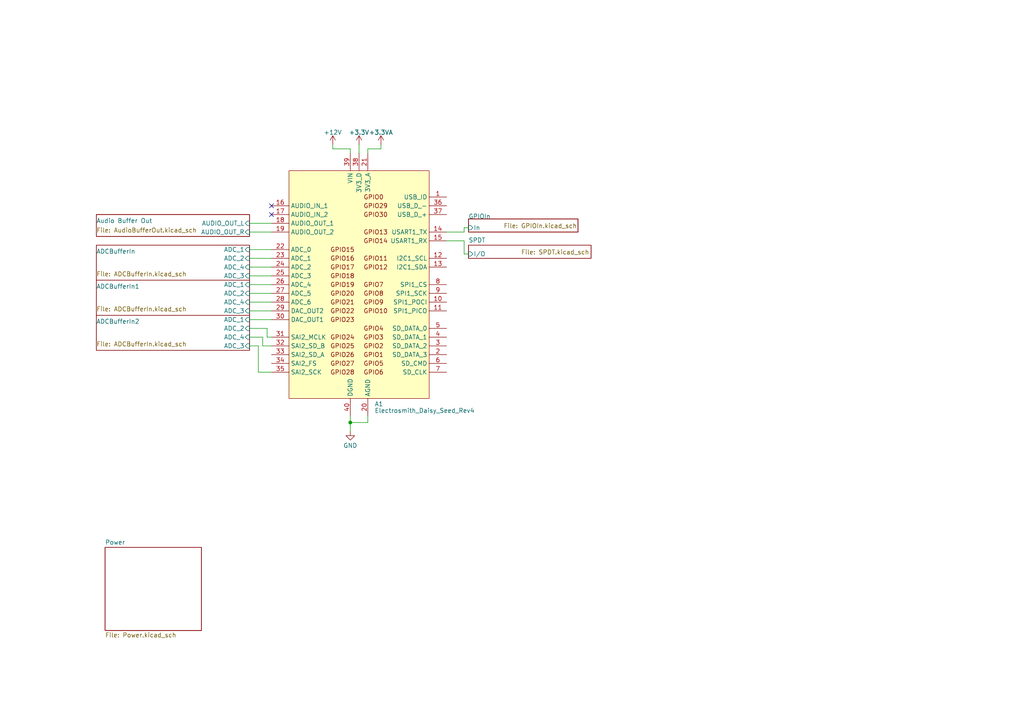
<source format=kicad_sch>
(kicad_sch (version 20230121) (generator eeschema)
  (paper "A4")
  (lib_symbols
    (symbol "MCU_Module:Electrosmith_Daisy_Seed_Rev4"
      (property "Reference" "A" (at -20.32 34.29 0))
      (property "Value" "Electrosmith_Daisy_Seed_Rev4" (at 33.02 34.29 0))
      (symbol "Electrosmith_Daisy_Seed_Rev4_0_0"
        (text "GPIO0" (at 1.27 25.4 0) (effects (font (size 1.27 1.27)) (justify left)))
        (text "GPIO1" (at 1.27 -20.32 0) (effects (font (size 1.27 1.27)) (justify left)))
        (text "GPIO10" (at 1.27 -7.62 0) (effects (font (size 1.27 1.27)) (justify left)))
        (text "GPIO11" (at 1.27 7.62 0) (effects (font (size 1.27 1.27)) (justify left)))
        (text "GPIO12" (at 1.27 5.08 0) (effects (font (size 1.27 1.27)) (justify left)))
        (text "GPIO13" (at 1.27 15.24 0) (effects (font (size 1.27 1.27)) (justify left)))
        (text "GPIO14" (at 1.27 12.7 0) (effects (font (size 1.27 1.27)) (justify left)))
        (text "GPIO15" (at -1.27 10.16 0) (effects (font (size 1.27 1.27)) (justify right)))
        (text "GPIO16" (at -1.27 7.62 0) (effects (font (size 1.27 1.27)) (justify right)))
        (text "GPIO17" (at -1.27 5.08 0) (effects (font (size 1.27 1.27)) (justify right)))
        (text "GPIO18" (at -1.27 2.54 0) (effects (font (size 1.27 1.27)) (justify right)))
        (text "GPIO19" (at -1.27 0 0) (effects (font (size 1.27 1.27)) (justify right)))
        (text "GPIO2" (at 1.27 -17.78 0) (effects (font (size 1.27 1.27)) (justify left)))
        (text "GPIO20" (at -1.27 -2.54 0) (effects (font (size 1.27 1.27)) (justify right)))
        (text "GPIO21" (at -1.27 -5.08 0) (effects (font (size 1.27 1.27)) (justify right)))
        (text "GPIO22" (at -1.27 -7.62 0) (effects (font (size 1.27 1.27)) (justify right)))
        (text "GPIO23" (at -1.27 -10.16 0) (effects (font (size 1.27 1.27)) (justify right)))
        (text "GPIO24" (at -1.27 -15.24 0) (effects (font (size 1.27 1.27)) (justify right)))
        (text "GPIO25" (at -1.27 -17.78 0) (effects (font (size 1.27 1.27)) (justify right)))
        (text "GPIO26" (at -1.27 -20.32 0) (effects (font (size 1.27 1.27)) (justify right)))
        (text "GPIO27" (at -1.27 -22.86 0) (effects (font (size 1.27 1.27)) (justify right)))
        (text "GPIO28" (at -1.27 -25.4 0) (effects (font (size 1.27 1.27)) (justify right)))
        (text "GPIO29" (at 1.27 22.86 0) (effects (font (size 1.27 1.27)) (justify left)))
        (text "GPIO3" (at 1.27 -15.24 0) (effects (font (size 1.27 1.27)) (justify left)))
        (text "GPIO30" (at 1.27 20.32 0) (effects (font (size 1.27 1.27)) (justify left)))
        (text "GPIO4" (at 1.27 -12.7 0) (effects (font (size 1.27 1.27)) (justify left)))
        (text "GPIO5" (at 1.27 -22.86 0) (effects (font (size 1.27 1.27)) (justify left)))
        (text "GPIO6" (at 1.27 -25.4 0) (effects (font (size 1.27 1.27)) (justify left)))
        (text "GPIO7" (at 1.27 0 0) (effects (font (size 1.27 1.27)) (justify left)))
        (text "GPIO8" (at 1.27 -2.54 0) (effects (font (size 1.27 1.27)) (justify left)))
        (text "GPIO9" (at 1.27 -5.08 0) (effects (font (size 1.27 1.27)) (justify left)))
        (pin bidirectional line (at 25.4 25.4 180) (length 5.08) (name "USB_ID") (number "1"))
        (pin bidirectional line (at 25.4 -5.08 180) (length 5.08) (name "SPI1_POCI") (number "10"))
        (pin bidirectional line (at 25.4 -7.62 180) (length 5.08) (name "SPI1_PICO") (number "11"))
        (pin bidirectional line (at 25.4 7.62 180) (length 5.08) (name "I2C1_SCL") (number "12"))
        (pin bidirectional line (at 25.4 5.08 180) (length 5.08) (name "I2C1_SDA") (number "13"))
        (pin bidirectional line (at 25.4 15.24 180) (length 5.08) (name "USART1_TX") (number "14"))
        (pin bidirectional line (at 25.4 12.7 180) (length 5.08) (name "USART1_RX") (number "15"))
        (pin input line (at -25.4 22.86 0) (length 5.08) (name "AUDIO_IN_1") (number "16"))
        (pin input line (at -25.4 20.32 0) (length 5.08) (name "AUDIO_IN_2") (number "17"))
        (pin output line (at -25.4 17.78 0) (length 5.08) (name "AUDIO_OUT_1") (number "18"))
        (pin output line (at -25.4 15.24 0) (length 5.08) (name "AUDIO_OUT_2") (number "19"))
        (pin bidirectional line (at 25.4 -20.32 180) (length 5.08) (name "SD_DATA_3") (number "2"))
        (pin power_in line (at 2.54 -38.1 90) (length 5.08) (name "AGND") (number "20"))
        (pin power_out line (at 2.54 38.1 270) (length 5.08) (name "3V3_A") (number "21"))
        (pin bidirectional line (at -25.4 10.16 0) (length 5.08) (name "ADC_0") (number "22"))
        (pin bidirectional line (at -25.4 7.62 0) (length 5.08) (name "ADC_1") (number "23"))
        (pin bidirectional line (at -25.4 5.08 0) (length 5.08) (name "ADC_2") (number "24"))
        (pin bidirectional line (at -25.4 2.54 0) (length 5.08) (name "ADC_3") (number "25"))
        (pin bidirectional line (at -25.4 0 0) (length 5.08) (name "ADC_4") (number "26"))
        (pin bidirectional line (at -25.4 -2.54 0) (length 5.08) (name "ADC_5") (number "27"))
        (pin bidirectional line (at -25.4 -5.08 0) (length 5.08) (name "ADC_6") (number "28"))
        (pin bidirectional line (at -25.4 -7.62 0) (length 5.08) (name "DAC_OUT2") (number "29"))
        (pin bidirectional line (at 25.4 -17.78 180) (length 5.08) (name "SD_DATA_2") (number "3"))
        (pin bidirectional line (at -25.4 -10.16 0) (length 5.08) (name "DAC_OUT1") (number "30"))
        (pin bidirectional line (at -25.4 -15.24 0) (length 5.08) (name "SAI2_MCLK") (number "31"))
        (pin bidirectional line (at -25.4 -17.78 0) (length 5.08) (name "SAI2_SD_B") (number "32"))
        (pin bidirectional line (at -25.4 -20.32 0) (length 5.08) (name "SAI2_SD_A") (number "33"))
        (pin bidirectional line (at -25.4 -22.86 0) (length 5.08) (name "SAI2_FS") (number "34"))
        (pin bidirectional line (at -25.4 -25.4 0) (length 5.08) (name "SAI2_SCK") (number "35"))
        (pin bidirectional line (at 25.4 22.86 180) (length 5.08) (name "USB_D_-") (number "36"))
        (pin bidirectional line (at 25.4 20.32 180) (length 5.08) (name "USB_D_+") (number "37"))
        (pin power_out line (at 0 38.1 270) (length 5.08) (name "3V3_D") (number "38"))
        (pin power_in line (at -2.54 38.1 270) (length 5.08) (name "VIN") (number "39"))
        (pin bidirectional line (at 25.4 -15.24 180) (length 5.08) (name "SD_DATA_1") (number "4"))
        (pin power_in line (at -2.54 -38.1 90) (length 5.08) (name "DGND") (number "40"))
        (pin bidirectional line (at 25.4 -12.7 180) (length 5.08) (name "SD_DATA_0") (number "5"))
        (pin bidirectional line (at 25.4 -22.86 180) (length 5.08) (name "SD_CMD") (number "6"))
        (pin bidirectional line (at 25.4 -25.4 180) (length 5.08) (name "SD_CLK") (number "7"))
        (pin bidirectional line (at 25.4 0 180) (length 5.08) (name "SPI1_CS") (number "8"))
        (pin bidirectional line (at 25.4 -2.54 180) (length 5.08) (name "SPI1_SCK") (number "9"))
      )
      (symbol "Electrosmith_Daisy_Seed_Rev4_0_1"
        (rectangle (start -20.32 33.02) (end 20.32 -33.02) (fill (type background)))
      )
    )
    (symbol "power:+12V" (power) (pin_names (offset 0))
      (property "Value" "+12V" (at 0 3.556 0))
      (symbol "+12V_0_1"
        (polyline (pts (xy -0.762 1.27) (xy 0 2.54)))
        (polyline (pts (xy 0 0) (xy 0 2.54)))
        (polyline (pts (xy 0 2.54) (xy 0.762 1.27)))
      )
      (symbol "+12V_1_1"
        (pin power_in line (at 0 0 90) (length 0) hide (name "+12V") (number "1"))
      )
    )
    (symbol "power:+3.3V" (power) (pin_names (offset 0))
      (property "Value" "+3.3V" (at 0 3.556 0))
      (symbol "+3.3V_0_1"
        (polyline (pts (xy -0.762 1.27) (xy 0 2.54)))
        (polyline (pts (xy 0 0) (xy 0 2.54)))
        (polyline (pts (xy 0 2.54) (xy 0.762 1.27)))
      )
      (symbol "+3.3V_1_1"
        (pin power_in line (at 0 0 90) (length 0) hide (name "+3.3V") (number "1"))
      )
    )
    (symbol "power:+3.3VA" (power) (pin_names (offset 0))
      (property "Value" "+3.3VA" (at 0 3.556 0))
      (symbol "+3.3VA_0_1"
        (polyline (pts (xy -0.762 1.27) (xy 0 2.54)))
        (polyline (pts (xy 0 0) (xy 0 2.54)))
        (polyline (pts (xy 0 2.54) (xy 0.762 1.27)))
      )
      (symbol "+3.3VA_1_1"
        (pin power_in line (at 0 0 90) (length 0) hide (name "+3.3VA") (number "1"))
      )
    )
    (symbol "power:GND" (power) (pin_names (offset 0))
      (property "Value" "GND" (at 0 -3.81 0))
      (symbol "GND_0_1"
        (polyline (pts (xy 0 0) (xy 0 -1.27) (xy 1.27 -1.27) (xy 0 -2.54) (xy -1.27 -1.27) (xy 0 -1.27)))
      )
      (symbol "GND_1_1"
        (pin power_in line (at 0 0 270) (length 0) hide (name "GND") (number "1"))
      )
    )
  )
  (junction (at 101.6 122.555))
  (no_connect (at 78.74 59.69))
  (no_connect (at 78.74 62.23))
  (wire (pts (xy 74.93 100.33) (xy 72.39 100.33)))
  (wire (pts (xy 101.6 44.45) (xy 101.6 43.18)))
  (wire (pts (xy 76.2 97.79) (xy 72.39 97.79)))
  (wire (pts (xy 72.39 67.31) (xy 78.74 67.31)))
  (wire (pts (xy 72.39 72.39) (xy 78.74 72.39)))
  (wire (pts (xy 134.62 73.66) (xy 135.89 73.66)))
  (wire (pts (xy 72.39 77.47) (xy 78.74 77.47)))
  (wire (pts (xy 78.74 107.95) (xy 74.93 107.95)))
  (wire (pts (xy 134.62 69.85) (xy 134.62 73.66)))
  (wire (pts (xy 106.68 43.18) (xy 110.49 43.18)))
  (wire (pts (xy 72.39 87.63) (xy 78.74 87.63)))
  (wire (pts (xy 72.39 95.25) (xy 77.47 95.25)))
  (wire (pts (xy 72.39 80.01) (xy 78.74 80.01)))
  (wire (pts (xy 72.39 90.17) (xy 78.74 90.17)))
  (wire (pts (xy 104.14 41.91) (xy 104.14 44.45)))
  (wire (pts (xy 72.39 85.09) (xy 78.74 85.09)))
  (wire (pts (xy 101.6 43.18) (xy 96.52 43.18)))
  (wire (pts (xy 74.93 107.95) (xy 74.93 100.33)))
  (wire (pts (xy 96.52 41.91) (xy 96.52 43.18)))
  (wire (pts (xy 77.47 95.25) (xy 77.47 97.79)))
  (wire (pts (xy 129.54 69.85) (xy 134.62 69.85)))
  (wire (pts (xy 106.68 44.45) (xy 106.68 43.18)))
  (wire (pts (xy 72.39 64.77) (xy 78.74 64.77)))
  (wire (pts (xy 72.39 92.71) (xy 78.74 92.71)))
  (wire (pts (xy 134.62 67.31) (xy 129.54 67.31)))
  (wire (pts (xy 72.39 82.55) (xy 78.74 82.55)))
  (wire (pts (xy 106.68 122.555) (xy 106.68 120.65)))
  (wire (pts (xy 101.6 122.555) (xy 101.6 125.095)))
  (wire (pts (xy 72.39 74.93) (xy 78.74 74.93)))
  (wire (pts (xy 77.47 97.79) (xy 78.74 97.79)))
  (wire (pts (xy 78.74 100.33) (xy 76.2 100.33)))
  (wire (pts (xy 101.6 122.555) (xy 106.68 122.555)))
  (wire (pts (xy 110.49 43.18) (xy 110.49 41.91)))
  (wire (pts (xy 101.6 120.65) (xy 101.6 122.555)))
  (wire (pts (xy 76.2 100.33) (xy 76.2 97.79)))
  (wire (pts (xy 135.89 66.04) (xy 134.62 66.04)))
  (wire (pts (xy 134.62 66.04) (xy 134.62 67.31)))
  (symbol (lib_id "power:GND") (at 101.6 125.095 0) (unit 1)
    (property "Reference" "#PWR031" (effects hide))
    (property "Value" "GND" (at 101.6 129.2305 0))
  )
  (symbol (lib_id "power:+3.3V") (at 104.14 41.91 0) (unit 1)
    (property "Reference" "#PWR033" (effects hide))
    (property "Value" "+3.3V" (at 104.14 38.4081 0))
  )
  (symbol (lib_id "power:+12V") (at 96.52 41.91 0) (unit 1)
    (property "Reference" "#PWR032" (effects hide))
    (property "Value" "+12V" (at 96.52 38.4081 0))
  )
  (symbol (lib_id "power:+3.3VA") (at 110.49 41.91 0) (unit 1)
    (property "Reference" "#PWR034" (effects hide))
    (property "Value" "+3.3VA" (at 110.49 38.4081 0))
  )
  (symbol (lib_id "MCU_Module:Electrosmith_Daisy_Seed_Rev4") (at 104.14 82.55 0) (unit 1)
    (property "Reference" "A1" (at 108.6359 117.1655 0) (effects (justify left)))
    (property "Value" "Electrosmith_Daisy_Seed_Rev4" (at 108.6359 119.0865 0) (effects (justify left)))
    (property "Footprint" "Module:Electrosmith_Daisy_Seed" (effects hide))
    (property "Datasheet" "https://static1.squarespace.com/static/58d03fdc1b10e3bf442567b8/t/6227e6236f02fb68d1577146/1646781988478/Daisy_Seed_datasheet_v1.0.3.pdf" (effects hide))
  )
  (sheet (at 27.94 81.28) (size 44.45 10.16) (stroke (width 0.1524))
    (property "Sheetname" "ADCBufferIn1" (at 27.94 83.82 0) (effects (justify left bottom)))
    (property "Sheetfile" "ADCBufferIn.kicad_sch" (at 27.94 88.9 0) (effects (justify left top)))
    (pin "ADC_1" input (at 72.39 82.55 0))
    (pin "ADC_2" input (at 72.39 85.09 0))
    (pin "ADC_4" input (at 72.39 87.63 0))
    (pin "ADC_3" input (at 72.39 90.17 0))
  )
  (sheet (at 27.94 71.12) (size 44.45 10.16) (stroke (width 0.1524))
    (property "Sheetname" "ADCBufferIn" (at 27.94 73.66 0) (effects (justify left bottom)))
    (property "Sheetfile" "ADCBufferIn.kicad_sch" (at 27.94 78.74 0) (effects (justify left top)))
    (pin "ADC_1" input (at 72.39 72.39 0))
    (pin "ADC_2" input (at 72.39 74.93 0))
    (pin "ADC_4" input (at 72.39 77.47 0))
    (pin "ADC_3" input (at 72.39 80.01 0))
  )
  (sheet (at 27.94 62.23) (size 44.45 6.35) (stroke (width 0.1524))
    (property "Sheetname" "Audio Buffer Out" (at 27.94 64.77 0) (effects (justify left bottom)))
    (property "Sheetfile" "AudioBufferOut.kicad_sch" (at 27.94 66.04 0) (effects (justify left top)))
    (pin "AUDIO_OUT_R" input (at 72.39 67.31 0))
    (pin "AUDIO_OUT_L" input (at 72.39 64.77 0))
  )
  (sheet (at 135.89 63.5) (size 31.75 3.81) (stroke (width 0.1524))
    (property "Sheetname" "GPIOIn" (at 135.89 63.5 0) (effects (justify left bottom)))
    (property "Sheetfile" "GPIOIn.kicad_sch" (at 146.05 64.77 0) (effects (justify left top)))
    (pin "In" input (at 135.89 66.04 180))
  )
  (sheet (at 27.94 91.44) (size 44.45 10.16) (stroke (width 0.1524))
    (property "Sheetname" "ADCBufferIn2" (at 27.94 93.98 0) (effects (justify left bottom)))
    (property "Sheetfile" "ADCBufferIn.kicad_sch" (at 27.94 99.06 0) (effects (justify left top)))
    (pin "ADC_1" input (at 72.39 92.71 0))
    (pin "ADC_2" input (at 72.39 95.25 0))
    (pin "ADC_4" input (at 72.39 97.79 0))
    (pin "ADC_3" input (at 72.39 100.33 0))
  )
  (sheet (at 30.48 158.75) (size 27.94 24.13) (stroke (width 0.1524))
    (property "Sheetname" "Power" (at 30.48 158.0384 0) (effects (justify left bottom)))
    (property "Sheetfile" "Power.kicad_sch" (at 30.48 183.4646 0) (effects (justify left top)))
  )
  (sheet (at 135.89 71.12) (size 35.56 3.81) (stroke (width 0.1524))
    (property "Sheetname" "SPDT" (at 135.89 70.4084 0) (effects (justify left bottom)))
    (property "Sheetfile" "SPDT.kicad_sch" (at 151.13 72.39 0) (effects (justify left top)))
    (pin "I{slash}O" input (at 135.89 73.66 180))
  )
)
</source>
